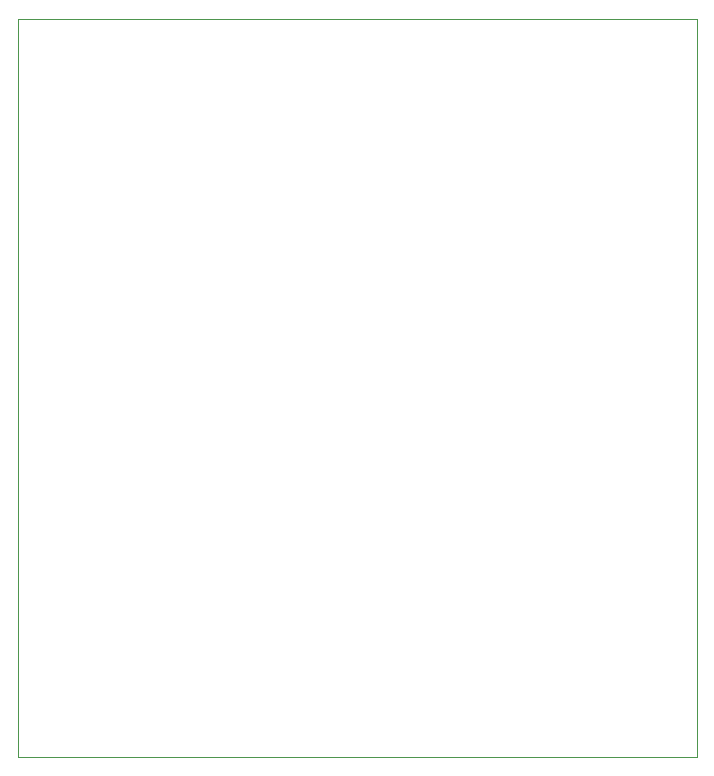
<source format=gm1>
G04 #@! TF.GenerationSoftware,KiCad,Pcbnew,7.0.6*
G04 #@! TF.CreationDate,2024-04-12T16:48:44+03:00*
G04 #@! TF.ProjectId,ecu-emulator,6563752d-656d-4756-9c61-746f722e6b69,rev?*
G04 #@! TF.SameCoordinates,Original*
G04 #@! TF.FileFunction,Profile,NP*
%FSLAX46Y46*%
G04 Gerber Fmt 4.6, Leading zero omitted, Abs format (unit mm)*
G04 Created by KiCad (PCBNEW 7.0.6) date 2024-04-12 16:48:44*
%MOMM*%
%LPD*%
G01*
G04 APERTURE LIST*
G04 #@! TA.AperFunction,Profile*
%ADD10C,0.100000*%
G04 #@! TD*
G04 APERTURE END LIST*
D10*
X159500000Y-112000000D02*
X102000000Y-112000000D01*
X102000000Y-49500000D01*
X159500000Y-49500000D01*
X159500000Y-112000000D01*
M02*

</source>
